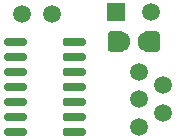
<source format=gbr>
%TF.GenerationSoftware,KiCad,Pcbnew,(5.1.8)-1*%
%TF.CreationDate,2021-01-17T17:02:30+01:00*%
%TF.ProjectId,feikController pedal,6665696b-436f-46e7-9472-6f6c6c657220,rev?*%
%TF.SameCoordinates,Original*%
%TF.FileFunction,Soldermask,Top*%
%TF.FilePolarity,Negative*%
%FSLAX46Y46*%
G04 Gerber Fmt 4.6, Leading zero omitted, Abs format (unit mm)*
G04 Created by KiCad (PCBNEW (5.1.8)-1) date 2021-01-17 17:02:30*
%MOMM*%
%LPD*%
G01*
G04 APERTURE LIST*
%ADD10C,1.500000*%
%ADD11R,1.500000X1.500000*%
G04 APERTURE END LIST*
%TO.C,C3*%
G36*
G01*
X179329500Y-106028500D02*
X179329500Y-105553500D01*
G75*
G02*
X179567000Y-105316000I237500J0D01*
G01*
X180142000Y-105316000D01*
G75*
G02*
X180379500Y-105553500I0J-237500D01*
G01*
X180379500Y-106028500D01*
G75*
G02*
X180142000Y-106266000I-237500J0D01*
G01*
X179567000Y-106266000D01*
G75*
G02*
X179329500Y-106028500I0J237500D01*
G01*
G37*
G36*
G01*
X177579500Y-106028500D02*
X177579500Y-105553500D01*
G75*
G02*
X177817000Y-105316000I237500J0D01*
G01*
X178392000Y-105316000D01*
G75*
G02*
X178629500Y-105553500I0J-237500D01*
G01*
X178629500Y-106028500D01*
G75*
G02*
X178392000Y-106266000I-237500J0D01*
G01*
X177817000Y-106266000D01*
G75*
G02*
X177579500Y-106028500I0J237500D01*
G01*
G37*
%TD*%
%TO.C,C1*%
G36*
G01*
X179754500Y-106416000D02*
X179754500Y-105166000D01*
G75*
G02*
X180004500Y-104916000I250000J0D01*
G01*
X180929500Y-104916000D01*
G75*
G02*
X181179500Y-105166000I0J-250000D01*
G01*
X181179500Y-106416000D01*
G75*
G02*
X180929500Y-106666000I-250000J0D01*
G01*
X180004500Y-106666000D01*
G75*
G02*
X179754500Y-106416000I0J250000D01*
G01*
G37*
G36*
G01*
X176779500Y-106416000D02*
X176779500Y-105166000D01*
G75*
G02*
X177029500Y-104916000I250000J0D01*
G01*
X177954500Y-104916000D01*
G75*
G02*
X178204500Y-105166000I0J-250000D01*
G01*
X178204500Y-106416000D01*
G75*
G02*
X177954500Y-106666000I-250000J0D01*
G01*
X177029500Y-106666000D01*
G75*
G02*
X176779500Y-106416000I0J250000D01*
G01*
G37*
%TD*%
%TO.C,C2*%
G36*
G01*
X179434800Y-106241001D02*
X179434800Y-105340999D01*
G75*
G02*
X179684799Y-105091000I249999J0D01*
G01*
X180334801Y-105091000D01*
G75*
G02*
X180584800Y-105340999I0J-249999D01*
G01*
X180584800Y-106241001D01*
G75*
G02*
X180334801Y-106491000I-249999J0D01*
G01*
X179684799Y-106491000D01*
G75*
G02*
X179434800Y-106241001I0J249999D01*
G01*
G37*
G36*
G01*
X177384800Y-106241001D02*
X177384800Y-105340999D01*
G75*
G02*
X177634799Y-105091000I249999J0D01*
G01*
X178284801Y-105091000D01*
G75*
G02*
X178534800Y-105340999I0J-249999D01*
G01*
X178534800Y-106241001D01*
G75*
G02*
X178284801Y-106491000I-249999J0D01*
G01*
X177634799Y-106491000D01*
G75*
G02*
X177384800Y-106241001I0J249999D01*
G01*
G37*
%TD*%
%TO.C,U1*%
G36*
G01*
X172955400Y-105972800D02*
X172955400Y-105672800D01*
G75*
G02*
X173105400Y-105522800I150000J0D01*
G01*
X174755400Y-105522800D01*
G75*
G02*
X174905400Y-105672800I0J-150000D01*
G01*
X174905400Y-105972800D01*
G75*
G02*
X174755400Y-106122800I-150000J0D01*
G01*
X173105400Y-106122800D01*
G75*
G02*
X172955400Y-105972800I0J150000D01*
G01*
G37*
G36*
G01*
X172955400Y-107242800D02*
X172955400Y-106942800D01*
G75*
G02*
X173105400Y-106792800I150000J0D01*
G01*
X174755400Y-106792800D01*
G75*
G02*
X174905400Y-106942800I0J-150000D01*
G01*
X174905400Y-107242800D01*
G75*
G02*
X174755400Y-107392800I-150000J0D01*
G01*
X173105400Y-107392800D01*
G75*
G02*
X172955400Y-107242800I0J150000D01*
G01*
G37*
G36*
G01*
X172955400Y-108512800D02*
X172955400Y-108212800D01*
G75*
G02*
X173105400Y-108062800I150000J0D01*
G01*
X174755400Y-108062800D01*
G75*
G02*
X174905400Y-108212800I0J-150000D01*
G01*
X174905400Y-108512800D01*
G75*
G02*
X174755400Y-108662800I-150000J0D01*
G01*
X173105400Y-108662800D01*
G75*
G02*
X172955400Y-108512800I0J150000D01*
G01*
G37*
G36*
G01*
X172955400Y-109782800D02*
X172955400Y-109482800D01*
G75*
G02*
X173105400Y-109332800I150000J0D01*
G01*
X174755400Y-109332800D01*
G75*
G02*
X174905400Y-109482800I0J-150000D01*
G01*
X174905400Y-109782800D01*
G75*
G02*
X174755400Y-109932800I-150000J0D01*
G01*
X173105400Y-109932800D01*
G75*
G02*
X172955400Y-109782800I0J150000D01*
G01*
G37*
G36*
G01*
X172955400Y-111052800D02*
X172955400Y-110752800D01*
G75*
G02*
X173105400Y-110602800I150000J0D01*
G01*
X174755400Y-110602800D01*
G75*
G02*
X174905400Y-110752800I0J-150000D01*
G01*
X174905400Y-111052800D01*
G75*
G02*
X174755400Y-111202800I-150000J0D01*
G01*
X173105400Y-111202800D01*
G75*
G02*
X172955400Y-111052800I0J150000D01*
G01*
G37*
G36*
G01*
X172955400Y-112322800D02*
X172955400Y-112022800D01*
G75*
G02*
X173105400Y-111872800I150000J0D01*
G01*
X174755400Y-111872800D01*
G75*
G02*
X174905400Y-112022800I0J-150000D01*
G01*
X174905400Y-112322800D01*
G75*
G02*
X174755400Y-112472800I-150000J0D01*
G01*
X173105400Y-112472800D01*
G75*
G02*
X172955400Y-112322800I0J150000D01*
G01*
G37*
G36*
G01*
X172955400Y-113592800D02*
X172955400Y-113292800D01*
G75*
G02*
X173105400Y-113142800I150000J0D01*
G01*
X174755400Y-113142800D01*
G75*
G02*
X174905400Y-113292800I0J-150000D01*
G01*
X174905400Y-113592800D01*
G75*
G02*
X174755400Y-113742800I-150000J0D01*
G01*
X173105400Y-113742800D01*
G75*
G02*
X172955400Y-113592800I0J150000D01*
G01*
G37*
G36*
G01*
X168005400Y-113592800D02*
X168005400Y-113292800D01*
G75*
G02*
X168155400Y-113142800I150000J0D01*
G01*
X169805400Y-113142800D01*
G75*
G02*
X169955400Y-113292800I0J-150000D01*
G01*
X169955400Y-113592800D01*
G75*
G02*
X169805400Y-113742800I-150000J0D01*
G01*
X168155400Y-113742800D01*
G75*
G02*
X168005400Y-113592800I0J150000D01*
G01*
G37*
G36*
G01*
X168005400Y-112322800D02*
X168005400Y-112022800D01*
G75*
G02*
X168155400Y-111872800I150000J0D01*
G01*
X169805400Y-111872800D01*
G75*
G02*
X169955400Y-112022800I0J-150000D01*
G01*
X169955400Y-112322800D01*
G75*
G02*
X169805400Y-112472800I-150000J0D01*
G01*
X168155400Y-112472800D01*
G75*
G02*
X168005400Y-112322800I0J150000D01*
G01*
G37*
G36*
G01*
X168005400Y-111052800D02*
X168005400Y-110752800D01*
G75*
G02*
X168155400Y-110602800I150000J0D01*
G01*
X169805400Y-110602800D01*
G75*
G02*
X169955400Y-110752800I0J-150000D01*
G01*
X169955400Y-111052800D01*
G75*
G02*
X169805400Y-111202800I-150000J0D01*
G01*
X168155400Y-111202800D01*
G75*
G02*
X168005400Y-111052800I0J150000D01*
G01*
G37*
G36*
G01*
X168005400Y-109782800D02*
X168005400Y-109482800D01*
G75*
G02*
X168155400Y-109332800I150000J0D01*
G01*
X169805400Y-109332800D01*
G75*
G02*
X169955400Y-109482800I0J-150000D01*
G01*
X169955400Y-109782800D01*
G75*
G02*
X169805400Y-109932800I-150000J0D01*
G01*
X168155400Y-109932800D01*
G75*
G02*
X168005400Y-109782800I0J150000D01*
G01*
G37*
G36*
G01*
X168005400Y-108512800D02*
X168005400Y-108212800D01*
G75*
G02*
X168155400Y-108062800I150000J0D01*
G01*
X169805400Y-108062800D01*
G75*
G02*
X169955400Y-108212800I0J-150000D01*
G01*
X169955400Y-108512800D01*
G75*
G02*
X169805400Y-108662800I-150000J0D01*
G01*
X168155400Y-108662800D01*
G75*
G02*
X168005400Y-108512800I0J150000D01*
G01*
G37*
G36*
G01*
X168005400Y-107242800D02*
X168005400Y-106942800D01*
G75*
G02*
X168155400Y-106792800I150000J0D01*
G01*
X169805400Y-106792800D01*
G75*
G02*
X169955400Y-106942800I0J-150000D01*
G01*
X169955400Y-107242800D01*
G75*
G02*
X169805400Y-107392800I-150000J0D01*
G01*
X168155400Y-107392800D01*
G75*
G02*
X168005400Y-107242800I0J150000D01*
G01*
G37*
G36*
G01*
X168005400Y-105972800D02*
X168005400Y-105672800D01*
G75*
G02*
X168155400Y-105522800I150000J0D01*
G01*
X169805400Y-105522800D01*
G75*
G02*
X169955400Y-105672800I0J-150000D01*
G01*
X169955400Y-105972800D01*
G75*
G02*
X169805400Y-106122800I-150000J0D01*
G01*
X168155400Y-106122800D01*
G75*
G02*
X168005400Y-105972800I0J150000D01*
G01*
G37*
%TD*%
D10*
%TO.C,GND*%
X172085000Y-103454200D03*
%TD*%
%TO.C,SW*%
X169494200Y-103454200D03*
%TD*%
D11*
%TO.C,3.5V*%
X177495200Y-103276400D03*
%TD*%
D10*
%TO.C,GND*%
X180441600Y-103276400D03*
%TD*%
%TO.C,ACK*%
X179400200Y-108331000D03*
%TD*%
%TO.C,CS*%
X181432200Y-109499400D03*
%TD*%
%TO.C,CMD*%
X179400200Y-113004600D03*
%TD*%
%TO.C,DATA*%
X181432200Y-111836200D03*
%TD*%
%TO.C,CLK*%
X179400200Y-110667800D03*
%TD*%
M02*

</source>
